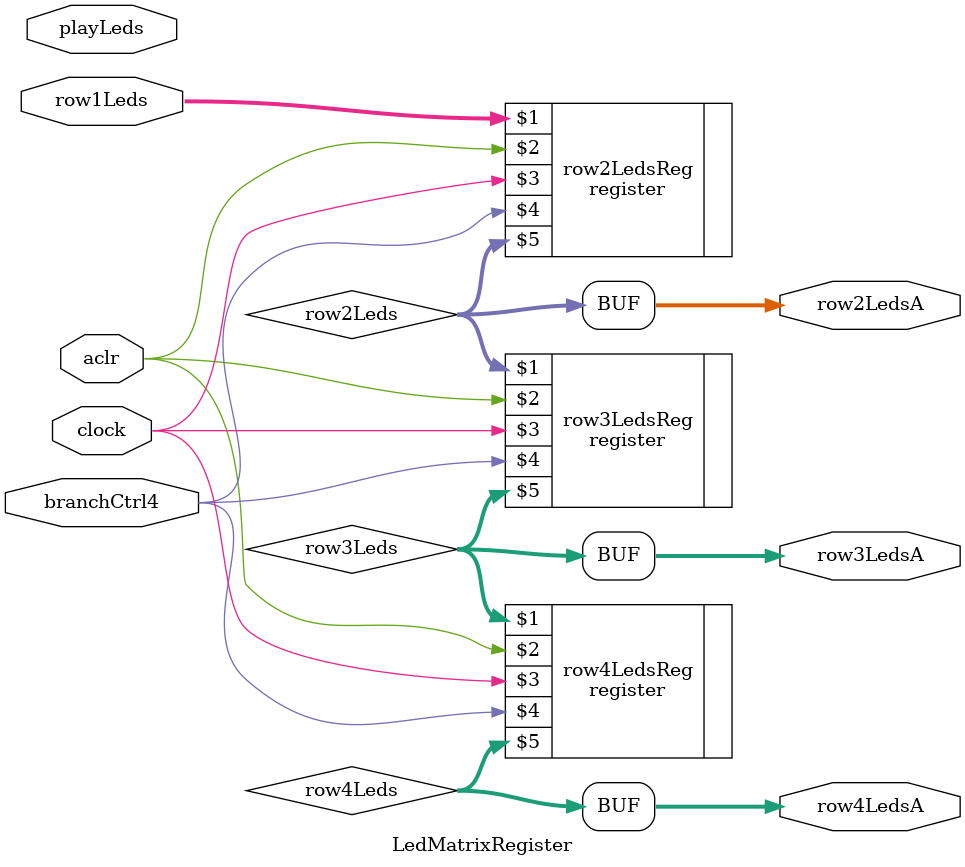
<source format=v>
module LedMatrixRegister(branchCtrl4, clock, aclr, playLeds, row1Leds, row2LedsA, row3LedsA, row4LedsA);
	input clock, aclr, branchCtrl4;
	input [31:0] row1Leds, playLeds;
	output [31:0] row2LedsA, row3LedsA, row4LedsA;
	//output colDet;
	wire [31:0] row2Leds, row3Leds, row4Leds, row1inter, row2inter, row3inter;
	wire notZero;
	
	
	register row2LedsReg(row1Leds, aclr, clock,branchCtrl4, row2Leds);
	assign row2LedsA = row2Leds;
	register row3LedsReg(row2Leds, aclr, clock,branchCtrl4, row3Leds);
	assign row3LedsA = row3Leds;
	register row4LedsReg(row3Leds, aclr, clock,branchCtrl4 , row4Leds);
	assign row4LedsA = row4Leds;
	//assign notZero = row4Leds[5] | row4Leds[4] | row4Leds[3] | row4Leds[2] | row4Leds[1] | row4Leds[0];
   
endmodule
</source>
